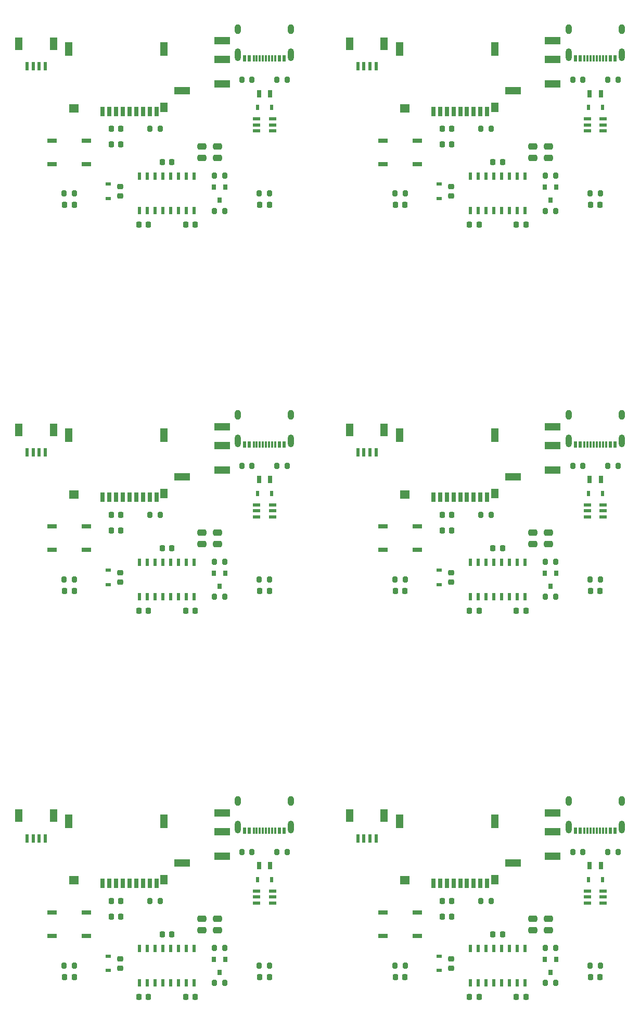
<source format=gtp>
%TF.GenerationSoftware,KiCad,Pcbnew,8.0.7*%
%TF.CreationDate,2025-02-05T15:45:41-07:00*%
%TF.ProjectId,SparkFun_Serial_MP3_Player_Shield_MY1690X_panelized,53706172-6b46-4756-9e5f-53657269616c,rev?*%
%TF.SameCoordinates,Original*%
%TF.FileFunction,Paste,Top*%
%TF.FilePolarity,Positive*%
%FSLAX46Y46*%
G04 Gerber Fmt 4.6, Leading zero omitted, Abs format (unit mm)*
G04 Created by KiCad (PCBNEW 8.0.7) date 2025-02-05 15:45:41*
%MOMM*%
%LPD*%
G01*
G04 APERTURE LIST*
G04 Aperture macros list*
%AMRoundRect*
0 Rectangle with rounded corners*
0 $1 Rounding radius*
0 $2 $3 $4 $5 $6 $7 $8 $9 X,Y pos of 4 corners*
0 Add a 4 corners polygon primitive as box body*
4,1,4,$2,$3,$4,$5,$6,$7,$8,$9,$2,$3,0*
0 Add four circle primitives for the rounded corners*
1,1,$1+$1,$2,$3*
1,1,$1+$1,$4,$5*
1,1,$1+$1,$6,$7*
1,1,$1+$1,$8,$9*
0 Add four rect primitives between the rounded corners*
20,1,$1+$1,$2,$3,$4,$5,0*
20,1,$1+$1,$4,$5,$6,$7,0*
20,1,$1+$1,$6,$7,$8,$9,0*
20,1,$1+$1,$8,$9,$2,$3,0*%
G04 Aperture macros list end*
%ADD10RoundRect,0.225000X0.225000X0.250000X-0.225000X0.250000X-0.225000X-0.250000X0.225000X-0.250000X0*%
%ADD11R,0.300000X1.000000*%
%ADD12R,0.600000X1.000000*%
%ADD13O,1.000000X1.600000*%
%ADD14O,1.000000X2.100000*%
%ADD15RoundRect,0.200000X0.200000X0.275000X-0.200000X0.275000X-0.200000X-0.275000X0.200000X-0.275000X0*%
%ADD16R,0.800000X1.200000*%
%ADD17RoundRect,0.218750X0.218750X0.256250X-0.218750X0.256250X-0.218750X-0.256250X0.218750X-0.256250X0*%
%ADD18RoundRect,0.225000X-0.225000X-0.250000X0.225000X-0.250000X0.225000X0.250000X-0.225000X0.250000X0*%
%ADD19R,0.830000X0.630000*%
%ADD20R,0.700000X1.600000*%
%ADD21R,1.200000X1.600000*%
%ADD22R,1.200000X2.200000*%
%ADD23R,1.600000X1.400000*%
%ADD24R,0.600000X1.350000*%
%ADD25R,1.200000X2.000000*%
%ADD26R,0.800000X0.900000*%
%ADD27RoundRect,0.200000X-0.200000X-0.275000X0.200000X-0.275000X0.200000X0.275000X-0.200000X0.275000X0*%
%ADD28R,0.630000X0.830000*%
%ADD29R,2.500000X1.200000*%
%ADD30R,0.600000X1.200000*%
%ADD31RoundRect,0.250000X0.475000X-0.250000X0.475000X0.250000X-0.475000X0.250000X-0.475000X-0.250000X0*%
%ADD32RoundRect,0.225000X-0.250000X0.225000X-0.250000X-0.225000X0.250000X-0.225000X0.250000X0.225000X0*%
%ADD33R,1.524000X0.762000*%
%ADD34R,1.200000X0.550000*%
G04 APERTURE END LIST*
D10*
%TO.C,C2*%
X73030000Y167687500D03*
X71480000Y167687500D03*
%TD*%
%TO.C,C2*%
X73030000Y104957500D03*
X71480000Y104957500D03*
%TD*%
%TO.C,C2*%
X73030000Y42227500D03*
X71480000Y42227500D03*
%TD*%
%TO.C,C2*%
X19190000Y167687500D03*
X17640000Y167687500D03*
%TD*%
%TO.C,C2*%
X19190000Y104957500D03*
X17640000Y104957500D03*
%TD*%
%TO.C,C3*%
X73030000Y165147500D03*
X71480000Y165147500D03*
%TD*%
%TO.C,C3*%
X73030000Y102417500D03*
X71480000Y102417500D03*
%TD*%
%TO.C,C3*%
X73030000Y39687500D03*
X71480000Y39687500D03*
%TD*%
%TO.C,C3*%
X19190000Y165147500D03*
X17640000Y165147500D03*
%TD*%
%TO.C,C3*%
X19190000Y102417500D03*
X17640000Y102417500D03*
%TD*%
D11*
%TO.C,J4*%
X97635000Y179140000D03*
X96635000Y179140000D03*
X96135000Y179140000D03*
X95135000Y179140000D03*
X94635000Y179140000D03*
X95635000Y179140000D03*
X97135000Y179140000D03*
X98135000Y179140000D03*
D12*
X99610000Y179140000D03*
X93160000Y179140000D03*
D13*
X100703000Y183895000D03*
D14*
X100703000Y179715000D03*
X92067000Y179715000D03*
D13*
X92067000Y183895000D03*
D12*
X98835000Y179140000D03*
X93935000Y179140000D03*
%TD*%
D11*
%TO.C,J4*%
X97635000Y116410000D03*
X96635000Y116410000D03*
X96135000Y116410000D03*
X95135000Y116410000D03*
X94635000Y116410000D03*
X95635000Y116410000D03*
X97135000Y116410000D03*
X98135000Y116410000D03*
D12*
X99610000Y116410000D03*
X93160000Y116410000D03*
D13*
X100703000Y121165000D03*
D14*
X100703000Y116985000D03*
X92067000Y116985000D03*
D13*
X92067000Y121165000D03*
D12*
X98835000Y116410000D03*
X93935000Y116410000D03*
%TD*%
D11*
%TO.C,J4*%
X97635000Y53680000D03*
X96635000Y53680000D03*
X96135000Y53680000D03*
X95135000Y53680000D03*
X94635000Y53680000D03*
X95635000Y53680000D03*
X97135000Y53680000D03*
X98135000Y53680000D03*
D12*
X99610000Y53680000D03*
X93160000Y53680000D03*
D13*
X100703000Y58435000D03*
D14*
X100703000Y54255000D03*
X92067000Y54255000D03*
D13*
X92067000Y58435000D03*
D12*
X98835000Y53680000D03*
X93935000Y53680000D03*
%TD*%
D11*
%TO.C,J4*%
X43795000Y179140000D03*
X42795000Y179140000D03*
X42295000Y179140000D03*
X41295000Y179140000D03*
X40795000Y179140000D03*
X41795000Y179140000D03*
X43295000Y179140000D03*
X44295000Y179140000D03*
D12*
X45770000Y179140000D03*
X39320000Y179140000D03*
D13*
X46863000Y183895000D03*
D14*
X46863000Y179715000D03*
X38227000Y179715000D03*
D13*
X38227000Y183895000D03*
D12*
X44995000Y179140000D03*
X40095000Y179140000D03*
%TD*%
D11*
%TO.C,J4*%
X43795000Y116410000D03*
X42795000Y116410000D03*
X42295000Y116410000D03*
X41295000Y116410000D03*
X40795000Y116410000D03*
X41795000Y116410000D03*
X43295000Y116410000D03*
X44295000Y116410000D03*
D12*
X45770000Y116410000D03*
X39320000Y116410000D03*
D13*
X46863000Y121165000D03*
D14*
X46863000Y116985000D03*
X38227000Y116985000D03*
D13*
X38227000Y121165000D03*
D12*
X44995000Y116410000D03*
X40095000Y116410000D03*
%TD*%
D15*
%TO.C,R3*%
X100067500Y175625000D03*
X98417500Y175625000D03*
%TD*%
%TO.C,R3*%
X100067500Y112895000D03*
X98417500Y112895000D03*
%TD*%
%TO.C,R3*%
X100067500Y50165000D03*
X98417500Y50165000D03*
%TD*%
%TO.C,R3*%
X46227500Y175625000D03*
X44577500Y175625000D03*
%TD*%
%TO.C,R3*%
X46227500Y112895000D03*
X44577500Y112895000D03*
%TD*%
D16*
%TO.C,F1*%
X95485000Y173402500D03*
X97285000Y173402500D03*
%TD*%
%TO.C,F1*%
X95485000Y110672500D03*
X97285000Y110672500D03*
%TD*%
%TO.C,F1*%
X95485000Y47942500D03*
X97285000Y47942500D03*
%TD*%
%TO.C,F1*%
X41645000Y173402500D03*
X43445000Y173402500D03*
%TD*%
%TO.C,F1*%
X41645000Y110672500D03*
X43445000Y110672500D03*
%TD*%
D17*
%TO.C,D4*%
X65422500Y155305000D03*
X63847500Y155305000D03*
%TD*%
%TO.C,D4*%
X65422500Y92575000D03*
X63847500Y92575000D03*
%TD*%
%TO.C,D4*%
X65422500Y29845000D03*
X63847500Y29845000D03*
%TD*%
%TO.C,D4*%
X11582500Y155305000D03*
X10007500Y155305000D03*
%TD*%
%TO.C,D4*%
X11582500Y92575000D03*
X10007500Y92575000D03*
%TD*%
D18*
%TO.C,C1*%
X83545000Y152130000D03*
X85095000Y152130000D03*
%TD*%
%TO.C,C1*%
X83545000Y89400000D03*
X85095000Y89400000D03*
%TD*%
%TO.C,C1*%
X83545000Y26670000D03*
X85095000Y26670000D03*
%TD*%
%TO.C,C1*%
X29705000Y152130000D03*
X31255000Y152130000D03*
%TD*%
%TO.C,C1*%
X29705000Y89400000D03*
X31255000Y89400000D03*
%TD*%
D19*
%TO.C,D2*%
X70985000Y158677500D03*
X70985000Y156377500D03*
%TD*%
%TO.C,D2*%
X70985000Y95947500D03*
X70985000Y93647500D03*
%TD*%
%TO.C,D2*%
X70985000Y33217500D03*
X70985000Y30917500D03*
%TD*%
%TO.C,D2*%
X17145000Y158677500D03*
X17145000Y156377500D03*
%TD*%
%TO.C,D2*%
X17145000Y95947500D03*
X17145000Y93647500D03*
%TD*%
D15*
%TO.C,R4*%
X89907500Y154352500D03*
X88257500Y154352500D03*
%TD*%
%TO.C,R4*%
X89907500Y91622500D03*
X88257500Y91622500D03*
%TD*%
%TO.C,R4*%
X89907500Y28892500D03*
X88257500Y28892500D03*
%TD*%
%TO.C,R4*%
X36067500Y154352500D03*
X34417500Y154352500D03*
%TD*%
%TO.C,R4*%
X36067500Y91622500D03*
X34417500Y91622500D03*
%TD*%
D20*
%TO.C,J6*%
X70005000Y170522500D03*
X71105000Y170522500D03*
X72205000Y170522500D03*
X73305000Y170522500D03*
X74405000Y170522500D03*
X75505000Y170522500D03*
X76605000Y170522500D03*
X77705000Y170522500D03*
X78805000Y170522500D03*
D21*
X80005000Y171122500D03*
D22*
X80005000Y180622500D03*
X64505000Y180622500D03*
D23*
X65405000Y171022500D03*
%TD*%
D20*
%TO.C,J6*%
X70005000Y107792500D03*
X71105000Y107792500D03*
X72205000Y107792500D03*
X73305000Y107792500D03*
X74405000Y107792500D03*
X75505000Y107792500D03*
X76605000Y107792500D03*
X77705000Y107792500D03*
X78805000Y107792500D03*
D21*
X80005000Y108392500D03*
D22*
X80005000Y117892500D03*
X64505000Y117892500D03*
D23*
X65405000Y108292500D03*
%TD*%
D20*
%TO.C,J6*%
X70005000Y45062500D03*
X71105000Y45062500D03*
X72205000Y45062500D03*
X73305000Y45062500D03*
X74405000Y45062500D03*
X75505000Y45062500D03*
X76605000Y45062500D03*
X77705000Y45062500D03*
X78805000Y45062500D03*
D21*
X80005000Y45662500D03*
D22*
X80005000Y55162500D03*
X64505000Y55162500D03*
D23*
X65405000Y45562500D03*
%TD*%
D20*
%TO.C,J6*%
X16165000Y170522500D03*
X17265000Y170522500D03*
X18365000Y170522500D03*
X19465000Y170522500D03*
X20565000Y170522500D03*
X21665000Y170522500D03*
X22765000Y170522500D03*
X23865000Y170522500D03*
X24965000Y170522500D03*
D21*
X26165000Y171122500D03*
D22*
X26165000Y180622500D03*
X10665000Y180622500D03*
D23*
X11565000Y171022500D03*
%TD*%
D20*
%TO.C,J6*%
X16165000Y107792500D03*
X17265000Y107792500D03*
X18365000Y107792500D03*
X19465000Y107792500D03*
X20565000Y107792500D03*
X21665000Y107792500D03*
X22765000Y107792500D03*
X23865000Y107792500D03*
X24965000Y107792500D03*
D21*
X26165000Y108392500D03*
D22*
X26165000Y117892500D03*
X10665000Y117892500D03*
D23*
X11565000Y108292500D03*
%TD*%
D17*
%TO.C,D1*%
X97172500Y155305000D03*
X95597500Y155305000D03*
%TD*%
%TO.C,D1*%
X97172500Y92575000D03*
X95597500Y92575000D03*
%TD*%
%TO.C,D1*%
X97172500Y29845000D03*
X95597500Y29845000D03*
%TD*%
%TO.C,D1*%
X43332500Y155305000D03*
X41757500Y155305000D03*
%TD*%
%TO.C,D1*%
X43332500Y92575000D03*
X41757500Y92575000D03*
%TD*%
D24*
%TO.C,J3*%
X60737500Y177847500D03*
X59737500Y177847500D03*
X58737500Y177847500D03*
X57737500Y177847500D03*
D25*
X56437500Y181522500D03*
X62037500Y181522500D03*
%TD*%
D24*
%TO.C,J3*%
X60737500Y115117500D03*
X59737500Y115117500D03*
X58737500Y115117500D03*
X57737500Y115117500D03*
D25*
X56437500Y118792500D03*
X62037500Y118792500D03*
%TD*%
D24*
%TO.C,J3*%
X60737500Y52387500D03*
X59737500Y52387500D03*
X58737500Y52387500D03*
X57737500Y52387500D03*
D25*
X56437500Y56062500D03*
X62037500Y56062500D03*
%TD*%
D24*
%TO.C,J3*%
X6897500Y177847500D03*
X5897500Y177847500D03*
X4897500Y177847500D03*
X3897500Y177847500D03*
D25*
X2597500Y181522500D03*
X8197500Y181522500D03*
%TD*%
D24*
%TO.C,J3*%
X6897500Y115117500D03*
X5897500Y115117500D03*
X4897500Y115117500D03*
X3897500Y115117500D03*
D25*
X2597500Y118792500D03*
X8197500Y118792500D03*
%TD*%
D26*
%TO.C,Q1*%
X90032500Y158210000D03*
X88132500Y158210000D03*
X89082500Y156110000D03*
%TD*%
%TO.C,Q1*%
X90032500Y95480000D03*
X88132500Y95480000D03*
X89082500Y93380000D03*
%TD*%
%TO.C,Q1*%
X90032500Y32750000D03*
X88132500Y32750000D03*
X89082500Y30650000D03*
%TD*%
%TO.C,Q1*%
X36192500Y158210000D03*
X34292500Y158210000D03*
X35242500Y156110000D03*
%TD*%
%TO.C,Q1*%
X36192500Y95480000D03*
X34292500Y95480000D03*
X35242500Y93380000D03*
%TD*%
D27*
%TO.C,R9*%
X63810000Y157210000D03*
X65460000Y157210000D03*
%TD*%
%TO.C,R9*%
X63810000Y94480000D03*
X65460000Y94480000D03*
%TD*%
%TO.C,R9*%
X63810000Y31750000D03*
X65460000Y31750000D03*
%TD*%
%TO.C,R9*%
X9970000Y157210000D03*
X11620000Y157210000D03*
%TD*%
%TO.C,R9*%
X9970000Y94480000D03*
X11620000Y94480000D03*
%TD*%
%TO.C,R7*%
X77780000Y167687500D03*
X79430000Y167687500D03*
%TD*%
%TO.C,R7*%
X77780000Y104957500D03*
X79430000Y104957500D03*
%TD*%
%TO.C,R7*%
X77780000Y42227500D03*
X79430000Y42227500D03*
%TD*%
%TO.C,R7*%
X23940000Y167687500D03*
X25590000Y167687500D03*
%TD*%
%TO.C,R7*%
X23940000Y104957500D03*
X25590000Y104957500D03*
%TD*%
D15*
%TO.C,R2*%
X94352500Y175625000D03*
X92702500Y175625000D03*
%TD*%
%TO.C,R2*%
X94352500Y112895000D03*
X92702500Y112895000D03*
%TD*%
%TO.C,R2*%
X94352500Y50165000D03*
X92702500Y50165000D03*
%TD*%
%TO.C,R2*%
X40512500Y175625000D03*
X38862500Y175625000D03*
%TD*%
%TO.C,R2*%
X40512500Y112895000D03*
X38862500Y112895000D03*
%TD*%
D27*
%TO.C,R5*%
X95560000Y157210000D03*
X97210000Y157210000D03*
%TD*%
%TO.C,R5*%
X95560000Y94480000D03*
X97210000Y94480000D03*
%TD*%
%TO.C,R5*%
X95560000Y31750000D03*
X97210000Y31750000D03*
%TD*%
%TO.C,R5*%
X41720000Y157210000D03*
X43370000Y157210000D03*
%TD*%
%TO.C,R5*%
X41720000Y94480000D03*
X43370000Y94480000D03*
%TD*%
D28*
%TO.C,D3*%
X97535000Y171180000D03*
X95235000Y171180000D03*
%TD*%
%TO.C,D3*%
X97535000Y108450000D03*
X95235000Y108450000D03*
%TD*%
%TO.C,D3*%
X97535000Y45720000D03*
X95235000Y45720000D03*
%TD*%
%TO.C,D3*%
X43695000Y171180000D03*
X41395000Y171180000D03*
%TD*%
%TO.C,D3*%
X43695000Y108450000D03*
X41395000Y108450000D03*
%TD*%
D29*
%TO.C,J1*%
X89475000Y178970000D03*
X89475000Y181970000D03*
X82975000Y173870000D03*
X89475000Y174970000D03*
%TD*%
%TO.C,J1*%
X89475000Y116240000D03*
X89475000Y119240000D03*
X82975000Y111140000D03*
X89475000Y112240000D03*
%TD*%
%TO.C,J1*%
X89475000Y53510000D03*
X89475000Y56510000D03*
X82975000Y48410000D03*
X89475000Y49510000D03*
%TD*%
%TO.C,J1*%
X35635000Y178970000D03*
X35635000Y181970000D03*
X29135000Y173870000D03*
X35635000Y174970000D03*
%TD*%
%TO.C,J1*%
X35635000Y116240000D03*
X35635000Y119240000D03*
X29135000Y111140000D03*
X35635000Y112240000D03*
%TD*%
D18*
%TO.C,C7*%
X75925000Y152130000D03*
X77475000Y152130000D03*
%TD*%
%TO.C,C7*%
X75925000Y89400000D03*
X77475000Y89400000D03*
%TD*%
%TO.C,C7*%
X75925000Y26670000D03*
X77475000Y26670000D03*
%TD*%
%TO.C,C7*%
X22085000Y152130000D03*
X23635000Y152130000D03*
%TD*%
%TO.C,C7*%
X22085000Y89400000D03*
X23635000Y89400000D03*
%TD*%
D30*
%TO.C,U2*%
X84955000Y160010000D03*
X83685000Y160010000D03*
X82415000Y160010000D03*
X81145000Y160010000D03*
X79875000Y160010000D03*
X78605000Y160010000D03*
X77335000Y160010000D03*
X76065000Y160010000D03*
X76065000Y154410000D03*
X77335000Y154410000D03*
X78605000Y154410000D03*
X79875000Y154410000D03*
X81145000Y154410000D03*
X82415000Y154410000D03*
X83685000Y154410000D03*
X84955000Y154410000D03*
%TD*%
%TO.C,U2*%
X84955000Y97280000D03*
X83685000Y97280000D03*
X82415000Y97280000D03*
X81145000Y97280000D03*
X79875000Y97280000D03*
X78605000Y97280000D03*
X77335000Y97280000D03*
X76065000Y97280000D03*
X76065000Y91680000D03*
X77335000Y91680000D03*
X78605000Y91680000D03*
X79875000Y91680000D03*
X81145000Y91680000D03*
X82415000Y91680000D03*
X83685000Y91680000D03*
X84955000Y91680000D03*
%TD*%
%TO.C,U2*%
X84955000Y34550000D03*
X83685000Y34550000D03*
X82415000Y34550000D03*
X81145000Y34550000D03*
X79875000Y34550000D03*
X78605000Y34550000D03*
X77335000Y34550000D03*
X76065000Y34550000D03*
X76065000Y28950000D03*
X77335000Y28950000D03*
X78605000Y28950000D03*
X79875000Y28950000D03*
X81145000Y28950000D03*
X82415000Y28950000D03*
X83685000Y28950000D03*
X84955000Y28950000D03*
%TD*%
%TO.C,U2*%
X31115000Y160010000D03*
X29845000Y160010000D03*
X28575000Y160010000D03*
X27305000Y160010000D03*
X26035000Y160010000D03*
X24765000Y160010000D03*
X23495000Y160010000D03*
X22225000Y160010000D03*
X22225000Y154410000D03*
X23495000Y154410000D03*
X24765000Y154410000D03*
X26035000Y154410000D03*
X27305000Y154410000D03*
X28575000Y154410000D03*
X29845000Y154410000D03*
X31115000Y154410000D03*
%TD*%
%TO.C,U2*%
X31115000Y97280000D03*
X29845000Y97280000D03*
X28575000Y97280000D03*
X27305000Y97280000D03*
X26035000Y97280000D03*
X24765000Y97280000D03*
X23495000Y97280000D03*
X22225000Y97280000D03*
X22225000Y91680000D03*
X23495000Y91680000D03*
X24765000Y91680000D03*
X26035000Y91680000D03*
X27305000Y91680000D03*
X28575000Y91680000D03*
X29845000Y91680000D03*
X31115000Y91680000D03*
%TD*%
D27*
%TO.C,R1*%
X88257500Y160067500D03*
X89907500Y160067500D03*
%TD*%
%TO.C,R1*%
X88257500Y97337500D03*
X89907500Y97337500D03*
%TD*%
%TO.C,R1*%
X88257500Y34607500D03*
X89907500Y34607500D03*
%TD*%
%TO.C,R1*%
X34417500Y160067500D03*
X36067500Y160067500D03*
%TD*%
%TO.C,R1*%
X34417500Y97337500D03*
X36067500Y97337500D03*
%TD*%
D31*
%TO.C,C5*%
X88765000Y162927500D03*
X88765000Y164827500D03*
%TD*%
%TO.C,C5*%
X88765000Y100197500D03*
X88765000Y102097500D03*
%TD*%
%TO.C,C5*%
X88765000Y37467500D03*
X88765000Y39367500D03*
%TD*%
%TO.C,C5*%
X34925000Y162927500D03*
X34925000Y164827500D03*
%TD*%
%TO.C,C5*%
X34925000Y100197500D03*
X34925000Y102097500D03*
%TD*%
%TO.C,C4*%
X86225000Y162927500D03*
X86225000Y164827500D03*
%TD*%
%TO.C,C4*%
X86225000Y100197500D03*
X86225000Y102097500D03*
%TD*%
%TO.C,C4*%
X86225000Y37467500D03*
X86225000Y39367500D03*
%TD*%
%TO.C,C4*%
X32385000Y162927500D03*
X32385000Y164827500D03*
%TD*%
%TO.C,C4*%
X32385000Y100197500D03*
X32385000Y102097500D03*
%TD*%
D18*
%TO.C,C8*%
X79735000Y162290000D03*
X81285000Y162290000D03*
%TD*%
%TO.C,C8*%
X79735000Y99560000D03*
X81285000Y99560000D03*
%TD*%
%TO.C,C8*%
X79735000Y36830000D03*
X81285000Y36830000D03*
%TD*%
%TO.C,C8*%
X25895000Y162290000D03*
X27445000Y162290000D03*
%TD*%
%TO.C,C8*%
X25895000Y99560000D03*
X27445000Y99560000D03*
%TD*%
D32*
%TO.C,L1*%
X72890000Y158302500D03*
X72890000Y156752500D03*
%TD*%
%TO.C,L1*%
X72890000Y95572500D03*
X72890000Y94022500D03*
%TD*%
%TO.C,L1*%
X72890000Y32842500D03*
X72890000Y31292500D03*
%TD*%
%TO.C,L1*%
X19050000Y158302500D03*
X19050000Y156752500D03*
%TD*%
%TO.C,L1*%
X19050000Y95572500D03*
X19050000Y94022500D03*
%TD*%
D33*
%TO.C,SW1*%
X61841000Y165782500D03*
X67429000Y165782500D03*
X61841000Y161972500D03*
X67429000Y161972500D03*
%TD*%
%TO.C,SW1*%
X61841000Y103052500D03*
X67429000Y103052500D03*
X61841000Y99242500D03*
X67429000Y99242500D03*
%TD*%
%TO.C,SW1*%
X61841000Y40322500D03*
X67429000Y40322500D03*
X61841000Y36512500D03*
X67429000Y36512500D03*
%TD*%
%TO.C,SW1*%
X8001000Y165782500D03*
X13589000Y165782500D03*
X8001000Y161972500D03*
X13589000Y161972500D03*
%TD*%
%TO.C,SW1*%
X8001000Y103052500D03*
X13589000Y103052500D03*
X8001000Y99242500D03*
X13589000Y99242500D03*
%TD*%
D34*
%TO.C,D5*%
X95084900Y169272500D03*
X95084900Y168322500D03*
X95084900Y167372500D03*
X97685100Y167372500D03*
X97685000Y168322500D03*
X97685100Y169272500D03*
%TD*%
%TO.C,D5*%
X95084900Y106542500D03*
X95084900Y105592500D03*
X95084900Y104642500D03*
X97685100Y104642500D03*
X97685000Y105592500D03*
X97685100Y106542500D03*
%TD*%
%TO.C,D5*%
X95084900Y43812500D03*
X95084900Y42862500D03*
X95084900Y41912500D03*
X97685100Y41912500D03*
X97685000Y42862500D03*
X97685100Y43812500D03*
%TD*%
%TO.C,D5*%
X41244900Y169272500D03*
X41244900Y168322500D03*
X41244900Y167372500D03*
X43845100Y167372500D03*
X43845000Y168322500D03*
X43845100Y169272500D03*
%TD*%
%TO.C,D5*%
X41244900Y106542500D03*
X41244900Y105592500D03*
X41244900Y104642500D03*
X43845100Y104642500D03*
X43845000Y105592500D03*
X43845100Y106542500D03*
%TD*%
%TO.C,D5*%
X41244900Y43812500D03*
X41244900Y42862500D03*
X41244900Y41912500D03*
X43845100Y41912500D03*
X43845000Y42862500D03*
X43845100Y43812500D03*
%TD*%
D33*
%TO.C,SW1*%
X8001000Y40322500D03*
X13589000Y40322500D03*
X8001000Y36512500D03*
X13589000Y36512500D03*
%TD*%
D32*
%TO.C,L1*%
X19050000Y32842500D03*
X19050000Y31292500D03*
%TD*%
D18*
%TO.C,C8*%
X25895000Y36830000D03*
X27445000Y36830000D03*
%TD*%
D31*
%TO.C,C4*%
X32385000Y37467500D03*
X32385000Y39367500D03*
%TD*%
%TO.C,C5*%
X34925000Y37467500D03*
X34925000Y39367500D03*
%TD*%
D27*
%TO.C,R1*%
X34417500Y34607500D03*
X36067500Y34607500D03*
%TD*%
D30*
%TO.C,U2*%
X31115000Y34550000D03*
X29845000Y34550000D03*
X28575000Y34550000D03*
X27305000Y34550000D03*
X26035000Y34550000D03*
X24765000Y34550000D03*
X23495000Y34550000D03*
X22225000Y34550000D03*
X22225000Y28950000D03*
X23495000Y28950000D03*
X24765000Y28950000D03*
X26035000Y28950000D03*
X27305000Y28950000D03*
X28575000Y28950000D03*
X29845000Y28950000D03*
X31115000Y28950000D03*
%TD*%
D18*
%TO.C,C7*%
X22085000Y26670000D03*
X23635000Y26670000D03*
%TD*%
D29*
%TO.C,J1*%
X35635000Y53510000D03*
X35635000Y56510000D03*
X29135000Y48410000D03*
X35635000Y49510000D03*
%TD*%
D28*
%TO.C,D3*%
X43695000Y45720000D03*
X41395000Y45720000D03*
%TD*%
D27*
%TO.C,R5*%
X41720000Y31750000D03*
X43370000Y31750000D03*
%TD*%
D15*
%TO.C,R2*%
X40512500Y50165000D03*
X38862500Y50165000D03*
%TD*%
D27*
%TO.C,R7*%
X23940000Y42227500D03*
X25590000Y42227500D03*
%TD*%
%TO.C,R9*%
X9970000Y31750000D03*
X11620000Y31750000D03*
%TD*%
D26*
%TO.C,Q1*%
X36192500Y32750000D03*
X34292500Y32750000D03*
X35242500Y30650000D03*
%TD*%
D24*
%TO.C,J3*%
X6897500Y52387500D03*
X5897500Y52387500D03*
X4897500Y52387500D03*
X3897500Y52387500D03*
D25*
X2597500Y56062500D03*
X8197500Y56062500D03*
%TD*%
D17*
%TO.C,D1*%
X43332500Y29845000D03*
X41757500Y29845000D03*
%TD*%
D20*
%TO.C,J6*%
X16165000Y45062500D03*
X17265000Y45062500D03*
X18365000Y45062500D03*
X19465000Y45062500D03*
X20565000Y45062500D03*
X21665000Y45062500D03*
X22765000Y45062500D03*
X23865000Y45062500D03*
X24965000Y45062500D03*
D21*
X26165000Y45662500D03*
D22*
X26165000Y55162500D03*
X10665000Y55162500D03*
D23*
X11565000Y45562500D03*
%TD*%
D15*
%TO.C,R4*%
X36067500Y28892500D03*
X34417500Y28892500D03*
%TD*%
D19*
%TO.C,D2*%
X17145000Y33217500D03*
X17145000Y30917500D03*
%TD*%
D18*
%TO.C,C1*%
X29705000Y26670000D03*
X31255000Y26670000D03*
%TD*%
D17*
%TO.C,D4*%
X11582500Y29845000D03*
X10007500Y29845000D03*
%TD*%
D16*
%TO.C,F1*%
X41645000Y47942500D03*
X43445000Y47942500D03*
%TD*%
D15*
%TO.C,R3*%
X46227500Y50165000D03*
X44577500Y50165000D03*
%TD*%
D11*
%TO.C,J4*%
X43795000Y53680000D03*
X42795000Y53680000D03*
X42295000Y53680000D03*
X41295000Y53680000D03*
X40795000Y53680000D03*
X41795000Y53680000D03*
X43295000Y53680000D03*
X44295000Y53680000D03*
D12*
X45770000Y53680000D03*
X39320000Y53680000D03*
D13*
X46863000Y58435000D03*
D14*
X46863000Y54255000D03*
X38227000Y54255000D03*
D13*
X38227000Y58435000D03*
D12*
X44995000Y53680000D03*
X40095000Y53680000D03*
%TD*%
D10*
%TO.C,C3*%
X19190000Y39687500D03*
X17640000Y39687500D03*
%TD*%
%TO.C,C2*%
X19190000Y42227500D03*
X17640000Y42227500D03*
%TD*%
M02*

</source>
